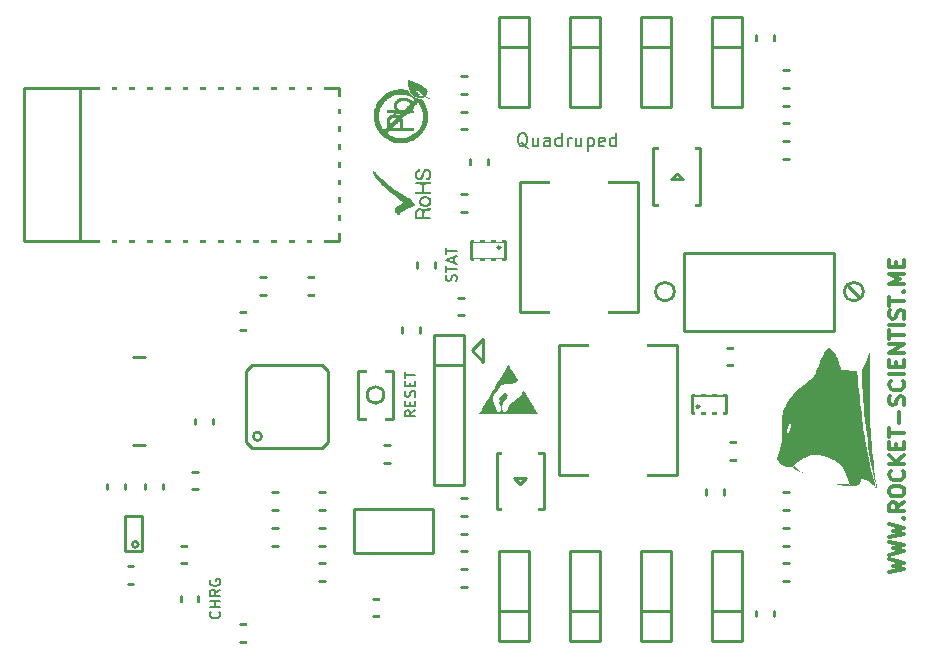
<source format=gto>
G04 (created by PCBNEW (2013-07-07 BZR 4022)-stable) date 8/5/2019 09:37:44*
%MOIN*%
G04 Gerber Fmt 3.4, Leading zero omitted, Abs format*
%FSLAX34Y34*%
G01*
G70*
G90*
G04 APERTURE LIST*
%ADD10C,0.00590551*%
%ADD11C,0.0127953*%
%ADD12C,0.00787402*%
%ADD13C,0.00984252*%
%ADD14C,0.0001*%
%ADD15R,0.0907874X0.0199213*%
%ADD16R,0.0907874X0.0789764*%
%ADD17R,0.0691339X0.0789764*%
%ADD18C,0.118346*%
%ADD19R,0.0671654X0.0671654*%
%ADD20C,0.0671654*%
%ADD21R,0.118346X0.0868504*%
%ADD22R,0.0403937X0.070315*%
%ADD23R,0.070315X0.0403937*%
%ADD24R,0.0108661X0.0474803*%
%ADD25R,0.0474803X0.0108661*%
%ADD26R,0.197087X0.157717*%
%ADD27R,0.0246457X0.0482677*%
%ADD28R,0.0435433X0.0238583*%
%ADD29C,0.141969*%
%ADD30R,0.156047X0.0920472*%
%ADD31R,0.0514173X0.0802362*%
%ADD32C,0.0356693*%
%ADD33R,0.0592913X0.0474803*%
%ADD34R,0.0396063X0.0789764*%
%ADD35R,0.0789764X0.0396063*%
G04 APERTURE END LIST*
G54D10*
G54D11*
X51073Y-34460D02*
X51585Y-34338D01*
X51219Y-34240D01*
X51585Y-34143D01*
X51073Y-34021D01*
X51073Y-33875D02*
X51585Y-33753D01*
X51219Y-33655D01*
X51585Y-33558D01*
X51073Y-33436D01*
X51073Y-33290D02*
X51585Y-33168D01*
X51219Y-33070D01*
X51585Y-32973D01*
X51073Y-32851D01*
X51536Y-32656D02*
X51560Y-32632D01*
X51585Y-32656D01*
X51560Y-32680D01*
X51536Y-32656D01*
X51585Y-32656D01*
X51585Y-32120D02*
X51341Y-32290D01*
X51585Y-32412D02*
X51073Y-32412D01*
X51073Y-32217D01*
X51097Y-32169D01*
X51122Y-32144D01*
X51170Y-32120D01*
X51243Y-32120D01*
X51292Y-32144D01*
X51317Y-32169D01*
X51341Y-32217D01*
X51341Y-32412D01*
X51073Y-31803D02*
X51073Y-31706D01*
X51097Y-31657D01*
X51146Y-31608D01*
X51243Y-31584D01*
X51414Y-31584D01*
X51511Y-31608D01*
X51560Y-31657D01*
X51585Y-31706D01*
X51585Y-31803D01*
X51560Y-31852D01*
X51511Y-31901D01*
X51414Y-31925D01*
X51243Y-31925D01*
X51146Y-31901D01*
X51097Y-31852D01*
X51073Y-31803D01*
X51536Y-31072D02*
X51560Y-31096D01*
X51585Y-31169D01*
X51585Y-31218D01*
X51560Y-31291D01*
X51511Y-31340D01*
X51463Y-31364D01*
X51365Y-31389D01*
X51292Y-31389D01*
X51195Y-31364D01*
X51146Y-31340D01*
X51097Y-31291D01*
X51073Y-31218D01*
X51073Y-31169D01*
X51097Y-31096D01*
X51122Y-31072D01*
X51585Y-30853D02*
X51073Y-30853D01*
X51585Y-30560D02*
X51292Y-30779D01*
X51073Y-30560D02*
X51365Y-30853D01*
X51317Y-30341D02*
X51317Y-30170D01*
X51585Y-30097D02*
X51585Y-30341D01*
X51073Y-30341D01*
X51073Y-30097D01*
X51073Y-29951D02*
X51073Y-29658D01*
X51585Y-29805D02*
X51073Y-29805D01*
X51390Y-29488D02*
X51390Y-29098D01*
X51560Y-28878D02*
X51585Y-28805D01*
X51585Y-28683D01*
X51560Y-28635D01*
X51536Y-28610D01*
X51487Y-28586D01*
X51438Y-28586D01*
X51390Y-28610D01*
X51365Y-28635D01*
X51341Y-28683D01*
X51317Y-28781D01*
X51292Y-28830D01*
X51268Y-28854D01*
X51219Y-28878D01*
X51170Y-28878D01*
X51122Y-28854D01*
X51097Y-28830D01*
X51073Y-28781D01*
X51073Y-28659D01*
X51097Y-28586D01*
X51536Y-28074D02*
X51560Y-28098D01*
X51585Y-28172D01*
X51585Y-28220D01*
X51560Y-28293D01*
X51511Y-28342D01*
X51463Y-28367D01*
X51365Y-28391D01*
X51292Y-28391D01*
X51195Y-28367D01*
X51146Y-28342D01*
X51097Y-28293D01*
X51073Y-28220D01*
X51073Y-28172D01*
X51097Y-28098D01*
X51122Y-28074D01*
X51585Y-27855D02*
X51073Y-27855D01*
X51317Y-27611D02*
X51317Y-27440D01*
X51585Y-27367D02*
X51585Y-27611D01*
X51073Y-27611D01*
X51073Y-27367D01*
X51585Y-27148D02*
X51073Y-27148D01*
X51585Y-26856D01*
X51073Y-26856D01*
X51073Y-26685D02*
X51073Y-26392D01*
X51585Y-26539D02*
X51073Y-26539D01*
X51585Y-26222D02*
X51073Y-26222D01*
X51560Y-26002D02*
X51585Y-25929D01*
X51585Y-25808D01*
X51560Y-25759D01*
X51536Y-25734D01*
X51487Y-25710D01*
X51438Y-25710D01*
X51390Y-25734D01*
X51365Y-25759D01*
X51341Y-25808D01*
X51317Y-25905D01*
X51292Y-25954D01*
X51268Y-25978D01*
X51219Y-26002D01*
X51170Y-26002D01*
X51122Y-25978D01*
X51097Y-25954D01*
X51073Y-25905D01*
X51073Y-25783D01*
X51097Y-25710D01*
X51073Y-25564D02*
X51073Y-25271D01*
X51585Y-25418D02*
X51073Y-25418D01*
X51536Y-25101D02*
X51560Y-25076D01*
X51585Y-25101D01*
X51560Y-25125D01*
X51536Y-25101D01*
X51585Y-25101D01*
X51585Y-24857D02*
X51073Y-24857D01*
X51438Y-24686D01*
X51073Y-24516D01*
X51585Y-24516D01*
X51317Y-24272D02*
X51317Y-24101D01*
X51585Y-24028D02*
X51585Y-24272D01*
X51073Y-24272D01*
X51073Y-24028D01*
G54D12*
X36642Y-24735D02*
X36659Y-24685D01*
X36659Y-24600D01*
X36642Y-24566D01*
X36625Y-24550D01*
X36591Y-24533D01*
X36557Y-24533D01*
X36524Y-24550D01*
X36507Y-24566D01*
X36490Y-24600D01*
X36473Y-24668D01*
X36456Y-24701D01*
X36439Y-24718D01*
X36406Y-24735D01*
X36372Y-24735D01*
X36338Y-24718D01*
X36321Y-24701D01*
X36304Y-24668D01*
X36304Y-24583D01*
X36321Y-24533D01*
X36304Y-24431D02*
X36304Y-24229D01*
X36659Y-24330D02*
X36304Y-24330D01*
X36557Y-24128D02*
X36557Y-23959D01*
X36659Y-24161D02*
X36304Y-24043D01*
X36659Y-23925D01*
X36304Y-23858D02*
X36304Y-23655D01*
X36659Y-23757D02*
X36304Y-23757D01*
X39024Y-20295D02*
X38982Y-20274D01*
X38941Y-20233D01*
X38879Y-20171D01*
X38838Y-20150D01*
X38797Y-20150D01*
X38817Y-20254D02*
X38776Y-20233D01*
X38735Y-20192D01*
X38714Y-20109D01*
X38714Y-19965D01*
X38735Y-19882D01*
X38776Y-19841D01*
X38817Y-19820D01*
X38900Y-19820D01*
X38941Y-19841D01*
X38982Y-19882D01*
X39003Y-19965D01*
X39003Y-20109D01*
X38982Y-20192D01*
X38941Y-20233D01*
X38900Y-20254D01*
X38817Y-20254D01*
X39374Y-19965D02*
X39374Y-20254D01*
X39189Y-19965D02*
X39189Y-20192D01*
X39209Y-20233D01*
X39251Y-20254D01*
X39312Y-20254D01*
X39354Y-20233D01*
X39374Y-20212D01*
X39766Y-20254D02*
X39766Y-20027D01*
X39745Y-19985D01*
X39704Y-19965D01*
X39622Y-19965D01*
X39580Y-19985D01*
X39766Y-20233D02*
X39725Y-20254D01*
X39622Y-20254D01*
X39580Y-20233D01*
X39560Y-20192D01*
X39560Y-20150D01*
X39580Y-20109D01*
X39622Y-20089D01*
X39725Y-20089D01*
X39766Y-20068D01*
X40158Y-20254D02*
X40158Y-19820D01*
X40158Y-20233D02*
X40117Y-20254D01*
X40034Y-20254D01*
X39993Y-20233D01*
X39972Y-20212D01*
X39952Y-20171D01*
X39952Y-20047D01*
X39972Y-20006D01*
X39993Y-19985D01*
X40034Y-19965D01*
X40117Y-19965D01*
X40158Y-19985D01*
X40364Y-20254D02*
X40364Y-19965D01*
X40364Y-20047D02*
X40385Y-20006D01*
X40405Y-19985D01*
X40447Y-19965D01*
X40488Y-19965D01*
X40818Y-19965D02*
X40818Y-20254D01*
X40632Y-19965D02*
X40632Y-20192D01*
X40653Y-20233D01*
X40694Y-20254D01*
X40756Y-20254D01*
X40797Y-20233D01*
X40818Y-20212D01*
X41024Y-19965D02*
X41024Y-20398D01*
X41024Y-19985D02*
X41065Y-19965D01*
X41148Y-19965D01*
X41189Y-19985D01*
X41210Y-20006D01*
X41230Y-20047D01*
X41230Y-20171D01*
X41210Y-20212D01*
X41189Y-20233D01*
X41148Y-20254D01*
X41065Y-20254D01*
X41024Y-20233D01*
X41581Y-20233D02*
X41540Y-20254D01*
X41457Y-20254D01*
X41416Y-20233D01*
X41395Y-20192D01*
X41395Y-20027D01*
X41416Y-19985D01*
X41457Y-19965D01*
X41540Y-19965D01*
X41581Y-19985D01*
X41601Y-20027D01*
X41601Y-20068D01*
X41395Y-20109D01*
X41973Y-20254D02*
X41973Y-19820D01*
X41973Y-20233D02*
X41931Y-20254D01*
X41849Y-20254D01*
X41808Y-20233D01*
X41787Y-20212D01*
X41766Y-20171D01*
X41766Y-20047D01*
X41787Y-20006D01*
X41808Y-19985D01*
X41849Y-19965D01*
X41931Y-19965D01*
X41973Y-19985D01*
X28751Y-35764D02*
X28768Y-35781D01*
X28785Y-35832D01*
X28785Y-35866D01*
X28768Y-35916D01*
X28734Y-35950D01*
X28700Y-35967D01*
X28633Y-35984D01*
X28582Y-35984D01*
X28515Y-35967D01*
X28481Y-35950D01*
X28447Y-35916D01*
X28430Y-35866D01*
X28430Y-35832D01*
X28447Y-35781D01*
X28464Y-35764D01*
X28785Y-35613D02*
X28430Y-35613D01*
X28599Y-35613D02*
X28599Y-35410D01*
X28785Y-35410D02*
X28430Y-35410D01*
X28785Y-35039D02*
X28616Y-35157D01*
X28785Y-35241D02*
X28430Y-35241D01*
X28430Y-35106D01*
X28447Y-35073D01*
X28464Y-35056D01*
X28498Y-35039D01*
X28548Y-35039D01*
X28582Y-35056D01*
X28599Y-35073D01*
X28616Y-35106D01*
X28616Y-35241D01*
X28447Y-34701D02*
X28430Y-34735D01*
X28430Y-34786D01*
X28447Y-34836D01*
X28481Y-34870D01*
X28515Y-34887D01*
X28582Y-34904D01*
X28633Y-34904D01*
X28700Y-34887D01*
X28734Y-34870D01*
X28768Y-34836D01*
X28785Y-34786D01*
X28785Y-34752D01*
X28768Y-34701D01*
X28751Y-34685D01*
X28633Y-34685D01*
X28633Y-34752D01*
G54D13*
X37549Y-26663D02*
X37549Y-27450D01*
X37155Y-27057D02*
X37549Y-26663D01*
X37155Y-27057D02*
X37549Y-27450D01*
G54D12*
X35281Y-29057D02*
X35112Y-29176D01*
X35281Y-29260D02*
X34926Y-29260D01*
X34926Y-29125D01*
X34943Y-29091D01*
X34960Y-29074D01*
X34994Y-29057D01*
X35044Y-29057D01*
X35078Y-29074D01*
X35095Y-29091D01*
X35112Y-29125D01*
X35112Y-29260D01*
X35095Y-28906D02*
X35095Y-28787D01*
X35281Y-28737D02*
X35281Y-28906D01*
X34926Y-28906D01*
X34926Y-28737D01*
X35264Y-28602D02*
X35281Y-28551D01*
X35281Y-28467D01*
X35264Y-28433D01*
X35247Y-28416D01*
X35213Y-28399D01*
X35179Y-28399D01*
X35146Y-28416D01*
X35129Y-28433D01*
X35112Y-28467D01*
X35095Y-28534D01*
X35078Y-28568D01*
X35061Y-28585D01*
X35028Y-28602D01*
X34994Y-28602D01*
X34960Y-28585D01*
X34943Y-28568D01*
X34926Y-28534D01*
X34926Y-28450D01*
X34943Y-28399D01*
X35095Y-28248D02*
X35095Y-28129D01*
X35281Y-28079D02*
X35281Y-28248D01*
X34926Y-28248D01*
X34926Y-28079D01*
X34926Y-27978D02*
X34926Y-27775D01*
X35281Y-27876D02*
X34926Y-27876D01*
G54D13*
X49704Y-24901D02*
X50098Y-25295D01*
X50212Y-25098D02*
G75*
G03X50212Y-25098I-311J0D01*
G74*
G01*
X43913Y-25098D02*
G75*
G03X43913Y-25098I-311J0D01*
G74*
G01*
X25885Y-30196D02*
X26279Y-30196D01*
X25885Y-27283D02*
X26279Y-27283D01*
G54D14*
G36*
X35598Y-21916D02*
X35623Y-21917D01*
X35647Y-21918D01*
X35668Y-21920D01*
X35682Y-21923D01*
X35715Y-21935D01*
X35743Y-21950D01*
X35768Y-21969D01*
X35782Y-21985D01*
X35614Y-21985D01*
X35585Y-21987D01*
X35558Y-21993D01*
X35538Y-22001D01*
X35515Y-22014D01*
X35498Y-22029D01*
X35486Y-22047D01*
X35479Y-22066D01*
X35474Y-22090D01*
X35475Y-22112D01*
X35481Y-22133D01*
X35492Y-22152D01*
X35495Y-22155D01*
X35509Y-22169D01*
X35526Y-22179D01*
X35546Y-22187D01*
X35571Y-22193D01*
X35590Y-22196D01*
X35622Y-22197D01*
X35651Y-22194D01*
X35678Y-22186D01*
X35701Y-22175D01*
X35721Y-22159D01*
X35733Y-22144D01*
X35744Y-22123D01*
X35750Y-22101D01*
X35749Y-22079D01*
X35743Y-22056D01*
X35741Y-22050D01*
X35731Y-22034D01*
X35717Y-22018D01*
X35700Y-22005D01*
X35693Y-22001D01*
X35669Y-21992D01*
X35642Y-21986D01*
X35614Y-21985D01*
X35782Y-21985D01*
X35788Y-21991D01*
X35803Y-22016D01*
X35812Y-22038D01*
X35815Y-22056D01*
X35817Y-22075D01*
X35818Y-22095D01*
X35817Y-22111D01*
X35809Y-22146D01*
X35797Y-22176D01*
X35781Y-22203D01*
X35761Y-22224D01*
X35737Y-22242D01*
X35709Y-22255D01*
X35695Y-22259D01*
X35683Y-22262D01*
X35667Y-22263D01*
X35647Y-22265D01*
X35625Y-22265D01*
X35603Y-22265D01*
X35581Y-22265D01*
X35560Y-22264D01*
X35544Y-22262D01*
X35531Y-22260D01*
X35530Y-22259D01*
X35499Y-22248D01*
X35473Y-22233D01*
X35451Y-22215D01*
X35433Y-22192D01*
X35420Y-22166D01*
X35416Y-22154D01*
X35413Y-22139D01*
X35411Y-22119D01*
X35410Y-22098D01*
X35410Y-22077D01*
X35411Y-22057D01*
X35413Y-22048D01*
X35422Y-22017D01*
X35436Y-21991D01*
X35454Y-21968D01*
X35476Y-21949D01*
X35503Y-21934D01*
X35534Y-21923D01*
X35552Y-21920D01*
X35574Y-21918D01*
X35598Y-21916D01*
X35598Y-21916D01*
X35598Y-21916D01*
G37*
G36*
X35654Y-21009D02*
X35680Y-21010D01*
X35699Y-21013D01*
X35727Y-21022D01*
X35752Y-21035D01*
X35773Y-21053D01*
X35791Y-21076D01*
X35804Y-21102D01*
X35814Y-21132D01*
X35815Y-21136D01*
X35817Y-21149D01*
X35818Y-21166D01*
X35819Y-21186D01*
X35819Y-21205D01*
X35818Y-21223D01*
X35817Y-21237D01*
X35817Y-21237D01*
X35810Y-21269D01*
X35799Y-21298D01*
X35783Y-21324D01*
X35763Y-21346D01*
X35740Y-21365D01*
X35713Y-21378D01*
X35694Y-21385D01*
X35673Y-21389D01*
X35655Y-21389D01*
X35642Y-21385D01*
X35633Y-21377D01*
X35628Y-21366D01*
X35627Y-21358D01*
X35630Y-21344D01*
X35638Y-21332D01*
X35652Y-21321D01*
X35672Y-21311D01*
X35675Y-21309D01*
X35698Y-21298D01*
X35715Y-21285D01*
X35729Y-21268D01*
X35734Y-21259D01*
X35741Y-21238D01*
X35746Y-21216D01*
X35748Y-21193D01*
X35747Y-21169D01*
X35743Y-21147D01*
X35736Y-21128D01*
X35727Y-21111D01*
X35720Y-21103D01*
X35708Y-21094D01*
X35695Y-21088D01*
X35679Y-21084D01*
X35674Y-21084D01*
X35658Y-21083D01*
X35645Y-21083D01*
X35633Y-21087D01*
X35623Y-21093D01*
X35613Y-21102D01*
X35604Y-21116D01*
X35596Y-21133D01*
X35587Y-21155D01*
X35577Y-21182D01*
X35570Y-21206D01*
X35560Y-21237D01*
X35552Y-21262D01*
X35544Y-21283D01*
X35537Y-21301D01*
X35530Y-21315D01*
X35523Y-21326D01*
X35515Y-21336D01*
X35506Y-21344D01*
X35496Y-21352D01*
X35493Y-21354D01*
X35472Y-21366D01*
X35447Y-21373D01*
X35421Y-21377D01*
X35394Y-21377D01*
X35375Y-21373D01*
X35350Y-21364D01*
X35328Y-21349D01*
X35308Y-21331D01*
X35292Y-21308D01*
X35280Y-21282D01*
X35270Y-21253D01*
X35266Y-21222D01*
X35265Y-21189D01*
X35269Y-21156D01*
X35275Y-21128D01*
X35285Y-21103D01*
X35300Y-21081D01*
X35314Y-21064D01*
X35331Y-21050D01*
X35348Y-21039D01*
X35367Y-21030D01*
X35386Y-21024D01*
X35403Y-21021D01*
X35419Y-21022D01*
X35432Y-21026D01*
X35437Y-21031D01*
X35443Y-21040D01*
X35445Y-21052D01*
X35443Y-21065D01*
X35438Y-21076D01*
X35430Y-21086D01*
X35418Y-21094D01*
X35406Y-21097D01*
X35405Y-21097D01*
X35391Y-21100D01*
X35377Y-21108D01*
X35365Y-21120D01*
X35355Y-21136D01*
X35346Y-21155D01*
X35340Y-21175D01*
X35337Y-21197D01*
X35337Y-21218D01*
X35338Y-21229D01*
X35343Y-21251D01*
X35352Y-21269D01*
X35365Y-21284D01*
X35366Y-21286D01*
X35382Y-21297D01*
X35399Y-21302D01*
X35417Y-21302D01*
X35435Y-21296D01*
X35440Y-21293D01*
X35452Y-21285D01*
X35462Y-21275D01*
X35470Y-21262D01*
X35478Y-21246D01*
X35485Y-21225D01*
X35489Y-21212D01*
X35500Y-21171D01*
X35512Y-21136D01*
X35523Y-21106D01*
X35535Y-21081D01*
X35546Y-21061D01*
X35559Y-21045D01*
X35572Y-21032D01*
X35586Y-21023D01*
X35606Y-21016D01*
X35629Y-21011D01*
X35654Y-21009D01*
X35654Y-21009D01*
X35654Y-21009D01*
G37*
G36*
X35430Y-22310D02*
X35458Y-22312D01*
X35483Y-22318D01*
X35506Y-22329D01*
X35526Y-22345D01*
X35531Y-22350D01*
X35548Y-22367D01*
X35566Y-22354D01*
X35575Y-22346D01*
X35584Y-22341D01*
X35591Y-22337D01*
X35591Y-22337D01*
X35596Y-22336D01*
X35607Y-22334D01*
X35621Y-22333D01*
X35638Y-22330D01*
X35658Y-22328D01*
X35678Y-22326D01*
X35699Y-22323D01*
X35719Y-22321D01*
X35738Y-22319D01*
X35753Y-22318D01*
X35766Y-22317D01*
X35773Y-22317D01*
X35773Y-22317D01*
X35789Y-22319D01*
X35801Y-22325D01*
X35808Y-22334D01*
X35810Y-22346D01*
X35808Y-22359D01*
X35803Y-22368D01*
X35797Y-22376D01*
X35787Y-22382D01*
X35774Y-22387D01*
X35770Y-22388D01*
X35442Y-22388D01*
X35432Y-22388D01*
X35425Y-22388D01*
X35405Y-22391D01*
X35389Y-22396D01*
X35376Y-22405D01*
X35368Y-22412D01*
X35363Y-22420D01*
X35358Y-22428D01*
X35355Y-22438D01*
X35352Y-22452D01*
X35350Y-22471D01*
X35350Y-22472D01*
X35349Y-22483D01*
X35348Y-22497D01*
X35348Y-22514D01*
X35348Y-22532D01*
X35348Y-22551D01*
X35348Y-22569D01*
X35348Y-22585D01*
X35349Y-22599D01*
X35350Y-22608D01*
X35351Y-22612D01*
X35353Y-22615D01*
X35357Y-22617D01*
X35363Y-22619D01*
X35373Y-22620D01*
X35386Y-22621D01*
X35405Y-22622D01*
X35406Y-22622D01*
X35421Y-22623D01*
X35438Y-22623D01*
X35455Y-22622D01*
X35472Y-22621D01*
X35487Y-22620D01*
X35500Y-22618D01*
X35508Y-22617D01*
X35510Y-22616D01*
X35511Y-22612D01*
X35512Y-22604D01*
X35512Y-22592D01*
X35512Y-22576D01*
X35511Y-22558D01*
X35511Y-22540D01*
X35510Y-22521D01*
X35509Y-22502D01*
X35508Y-22485D01*
X35507Y-22471D01*
X35506Y-22464D01*
X35502Y-22441D01*
X35495Y-22423D01*
X35495Y-22423D01*
X35490Y-22414D01*
X35485Y-22407D01*
X35477Y-22402D01*
X35468Y-22397D01*
X35458Y-22392D01*
X35450Y-22389D01*
X35442Y-22388D01*
X35770Y-22388D01*
X35757Y-22391D01*
X35734Y-22395D01*
X35731Y-22395D01*
X35713Y-22397D01*
X35693Y-22400D01*
X35673Y-22403D01*
X35664Y-22404D01*
X35643Y-22407D01*
X35627Y-22412D01*
X35616Y-22416D01*
X35606Y-22422D01*
X35598Y-22429D01*
X35592Y-22438D01*
X35588Y-22449D01*
X35585Y-22465D01*
X35583Y-22485D01*
X35583Y-22491D01*
X35582Y-22508D01*
X35581Y-22526D01*
X35581Y-22545D01*
X35581Y-22564D01*
X35582Y-22581D01*
X35582Y-22595D01*
X35584Y-22605D01*
X35585Y-22610D01*
X35586Y-22613D01*
X35589Y-22616D01*
X35592Y-22618D01*
X35598Y-22619D01*
X35606Y-22620D01*
X35618Y-22621D01*
X35633Y-22622D01*
X35652Y-22623D01*
X35677Y-22623D01*
X35696Y-22624D01*
X35723Y-22624D01*
X35745Y-22624D01*
X35763Y-22625D01*
X35776Y-22626D01*
X35786Y-22627D01*
X35793Y-22628D01*
X35798Y-22631D01*
X35801Y-22633D01*
X35804Y-22637D01*
X35806Y-22641D01*
X35806Y-22643D01*
X35810Y-22654D01*
X35809Y-22664D01*
X35806Y-22672D01*
X35805Y-22675D01*
X35804Y-22678D01*
X35803Y-22680D01*
X35801Y-22683D01*
X35798Y-22684D01*
X35794Y-22686D01*
X35788Y-22687D01*
X35780Y-22688D01*
X35770Y-22689D01*
X35757Y-22689D01*
X35740Y-22689D01*
X35721Y-22690D01*
X35697Y-22690D01*
X35669Y-22690D01*
X35636Y-22690D01*
X35598Y-22690D01*
X35555Y-22690D01*
X35539Y-22690D01*
X35495Y-22689D01*
X35456Y-22689D01*
X35422Y-22689D01*
X35393Y-22689D01*
X35368Y-22689D01*
X35348Y-22689D01*
X35331Y-22689D01*
X35317Y-22688D01*
X35307Y-22688D01*
X35298Y-22687D01*
X35292Y-22687D01*
X35288Y-22686D01*
X35286Y-22686D01*
X35284Y-22685D01*
X35283Y-22684D01*
X35283Y-22684D01*
X35282Y-22681D01*
X35281Y-22676D01*
X35280Y-22667D01*
X35280Y-22655D01*
X35279Y-22639D01*
X35279Y-22619D01*
X35279Y-22593D01*
X35279Y-22572D01*
X35279Y-22537D01*
X35279Y-22508D01*
X35280Y-22483D01*
X35281Y-22463D01*
X35282Y-22445D01*
X35283Y-22431D01*
X35285Y-22420D01*
X35287Y-22409D01*
X35290Y-22401D01*
X35293Y-22392D01*
X35295Y-22388D01*
X35310Y-22365D01*
X35329Y-22345D01*
X35352Y-22329D01*
X35378Y-22318D01*
X35406Y-22311D01*
X35430Y-22310D01*
X35430Y-22310D01*
X35430Y-22310D01*
G37*
G36*
X35587Y-21449D02*
X35626Y-21449D01*
X35661Y-21449D01*
X35690Y-21450D01*
X35715Y-21450D01*
X35736Y-21451D01*
X35754Y-21453D01*
X35768Y-21454D01*
X35780Y-21456D01*
X35788Y-21458D01*
X35795Y-21461D01*
X35800Y-21464D01*
X35804Y-21468D01*
X35807Y-21472D01*
X35807Y-21473D01*
X35809Y-21483D01*
X35807Y-21495D01*
X35803Y-21506D01*
X35798Y-21512D01*
X35794Y-21515D01*
X35790Y-21518D01*
X35784Y-21520D01*
X35775Y-21522D01*
X35764Y-21523D01*
X35750Y-21524D01*
X35731Y-21525D01*
X35708Y-21526D01*
X35680Y-21526D01*
X35665Y-21527D01*
X35572Y-21529D01*
X35570Y-21541D01*
X35570Y-21547D01*
X35569Y-21558D01*
X35569Y-21573D01*
X35569Y-21592D01*
X35568Y-21614D01*
X35568Y-21638D01*
X35568Y-21664D01*
X35568Y-21667D01*
X35567Y-21782D01*
X35669Y-21783D01*
X35699Y-21783D01*
X35723Y-21784D01*
X35744Y-21784D01*
X35759Y-21785D01*
X35772Y-21786D01*
X35782Y-21788D01*
X35789Y-21790D01*
X35795Y-21792D01*
X35799Y-21795D01*
X35803Y-21799D01*
X35809Y-21808D01*
X35810Y-21819D01*
X35807Y-21832D01*
X35805Y-21838D01*
X35798Y-21845D01*
X35791Y-21850D01*
X35791Y-21851D01*
X35786Y-21852D01*
X35776Y-21852D01*
X35762Y-21853D01*
X35743Y-21853D01*
X35720Y-21854D01*
X35694Y-21854D01*
X35666Y-21854D01*
X35636Y-21855D01*
X35603Y-21855D01*
X35570Y-21855D01*
X35537Y-21855D01*
X35503Y-21855D01*
X35470Y-21855D01*
X35438Y-21854D01*
X35407Y-21854D01*
X35379Y-21854D01*
X35353Y-21853D01*
X35331Y-21853D01*
X35312Y-21852D01*
X35298Y-21852D01*
X35288Y-21851D01*
X35284Y-21850D01*
X35284Y-21850D01*
X35281Y-21845D01*
X35280Y-21836D01*
X35279Y-21825D01*
X35279Y-21813D01*
X35279Y-21801D01*
X35281Y-21793D01*
X35283Y-21789D01*
X35287Y-21788D01*
X35296Y-21786D01*
X35311Y-21785D01*
X35330Y-21784D01*
X35354Y-21783D01*
X35382Y-21782D01*
X35382Y-21782D01*
X35406Y-21781D01*
X35428Y-21781D01*
X35447Y-21780D01*
X35464Y-21779D01*
X35476Y-21778D01*
X35484Y-21778D01*
X35486Y-21777D01*
X35490Y-21776D01*
X35492Y-21774D01*
X35494Y-21768D01*
X35495Y-21759D01*
X35496Y-21753D01*
X35496Y-21740D01*
X35497Y-21724D01*
X35497Y-21704D01*
X35497Y-21682D01*
X35497Y-21660D01*
X35497Y-21637D01*
X35496Y-21614D01*
X35495Y-21593D01*
X35495Y-21573D01*
X35494Y-21557D01*
X35493Y-21544D01*
X35491Y-21535D01*
X35490Y-21532D01*
X35486Y-21530D01*
X35477Y-21529D01*
X35462Y-21528D01*
X35444Y-21526D01*
X35422Y-21525D01*
X35396Y-21524D01*
X35373Y-21523D01*
X35348Y-21522D01*
X35327Y-21520D01*
X35312Y-21519D01*
X35300Y-21517D01*
X35291Y-21515D01*
X35285Y-21512D01*
X35281Y-21508D01*
X35279Y-21503D01*
X35279Y-21503D01*
X35276Y-21488D01*
X35278Y-21475D01*
X35285Y-21465D01*
X35296Y-21458D01*
X35302Y-21456D01*
X35311Y-21455D01*
X35323Y-21453D01*
X35339Y-21452D01*
X35358Y-21451D01*
X35381Y-21450D01*
X35409Y-21449D01*
X35441Y-21449D01*
X35479Y-21449D01*
X35521Y-21449D01*
X35542Y-21449D01*
X35587Y-21449D01*
X35587Y-21449D01*
X35587Y-21449D01*
G37*
G36*
X33894Y-21073D02*
X33902Y-21075D01*
X33909Y-21078D01*
X33912Y-21081D01*
X33919Y-21088D01*
X33930Y-21098D01*
X33944Y-21111D01*
X33960Y-21127D01*
X33979Y-21146D01*
X33999Y-21166D01*
X34021Y-21188D01*
X34045Y-21211D01*
X34052Y-21218D01*
X34100Y-21265D01*
X34144Y-21308D01*
X34185Y-21348D01*
X34224Y-21384D01*
X34262Y-21419D01*
X34298Y-21452D01*
X34334Y-21483D01*
X34370Y-21514D01*
X34407Y-21544D01*
X34445Y-21575D01*
X34449Y-21579D01*
X34532Y-21643D01*
X34613Y-21703D01*
X34693Y-21758D01*
X34772Y-21810D01*
X34852Y-21859D01*
X34934Y-21904D01*
X35017Y-21948D01*
X35046Y-21962D01*
X35110Y-21993D01*
X35158Y-22055D01*
X35182Y-22086D01*
X35203Y-22112D01*
X35221Y-22135D01*
X35235Y-22154D01*
X35246Y-22169D01*
X35255Y-22181D01*
X35261Y-22190D01*
X35264Y-22196D01*
X35264Y-22196D01*
X35268Y-22206D01*
X35270Y-22215D01*
X35269Y-22221D01*
X35268Y-22223D01*
X35265Y-22225D01*
X35257Y-22228D01*
X35245Y-22233D01*
X35231Y-22238D01*
X35218Y-22243D01*
X35158Y-22269D01*
X35100Y-22295D01*
X35044Y-22322D01*
X34990Y-22349D01*
X34940Y-22376D01*
X34893Y-22402D01*
X34852Y-22429D01*
X34815Y-22454D01*
X34808Y-22459D01*
X34784Y-22479D01*
X34758Y-22503D01*
X34732Y-22530D01*
X34720Y-22542D01*
X34710Y-22553D01*
X34678Y-22518D01*
X34655Y-22491D01*
X34635Y-22467D01*
X34619Y-22446D01*
X34607Y-22427D01*
X34599Y-22410D01*
X34593Y-22393D01*
X34589Y-22378D01*
X34589Y-22369D01*
X34588Y-22357D01*
X34589Y-22348D01*
X34591Y-22339D01*
X34595Y-22329D01*
X34596Y-22327D01*
X34605Y-22313D01*
X34616Y-22298D01*
X34631Y-22283D01*
X34650Y-22267D01*
X34673Y-22251D01*
X34701Y-22233D01*
X34733Y-22214D01*
X34758Y-22200D01*
X34789Y-22183D01*
X34815Y-22168D01*
X34837Y-22156D01*
X34854Y-22146D01*
X34865Y-22138D01*
X34872Y-22134D01*
X34876Y-22129D01*
X34876Y-22126D01*
X34875Y-22123D01*
X34869Y-22118D01*
X34859Y-22110D01*
X34845Y-22099D01*
X34828Y-22085D01*
X34808Y-22070D01*
X34785Y-22053D01*
X34761Y-22036D01*
X34655Y-21958D01*
X34555Y-21881D01*
X34460Y-21804D01*
X34372Y-21727D01*
X34288Y-21651D01*
X34211Y-21575D01*
X34138Y-21498D01*
X34071Y-21422D01*
X34009Y-21345D01*
X33953Y-21268D01*
X33927Y-21230D01*
X33908Y-21202D01*
X33893Y-21177D01*
X33881Y-21157D01*
X33871Y-21140D01*
X33865Y-21126D01*
X33861Y-21115D01*
X33859Y-21106D01*
X33860Y-21099D01*
X33864Y-21092D01*
X33872Y-21084D01*
X33881Y-21078D01*
X33890Y-21074D01*
X33894Y-21073D01*
X33894Y-21073D01*
X33894Y-21073D01*
G37*
G36*
X35069Y-18029D02*
X35076Y-18032D01*
X35086Y-18037D01*
X35099Y-18045D01*
X35116Y-18056D01*
X35125Y-18063D01*
X35134Y-18068D01*
X35143Y-18074D01*
X35152Y-18078D01*
X35162Y-18083D01*
X35174Y-18088D01*
X35188Y-18093D01*
X35206Y-18100D01*
X35226Y-18106D01*
X35251Y-18115D01*
X35280Y-18124D01*
X35286Y-18126D01*
X35318Y-18136D01*
X35345Y-18145D01*
X35368Y-18154D01*
X35390Y-18162D01*
X35411Y-18171D01*
X35432Y-18180D01*
X35453Y-18190D01*
X35468Y-18197D01*
X35513Y-18220D01*
X35552Y-18245D01*
X35587Y-18269D01*
X35617Y-18294D01*
X35642Y-18320D01*
X35662Y-18345D01*
X35676Y-18371D01*
X35685Y-18397D01*
X35686Y-18400D01*
X35688Y-18418D01*
X35688Y-18436D01*
X35685Y-18455D01*
X35679Y-18476D01*
X35670Y-18500D01*
X35658Y-18527D01*
X35654Y-18535D01*
X35648Y-18549D01*
X35642Y-18561D01*
X35638Y-18571D01*
X35635Y-18578D01*
X35635Y-18580D01*
X35637Y-18584D01*
X35642Y-18589D01*
X35643Y-18589D01*
X35650Y-18594D01*
X35662Y-18600D01*
X35676Y-18607D01*
X35692Y-18615D01*
X35709Y-18623D01*
X35725Y-18630D01*
X35739Y-18636D01*
X35745Y-18638D01*
X35762Y-18646D01*
X35774Y-18653D01*
X35783Y-18659D01*
X35786Y-18665D01*
X35786Y-18665D01*
X35784Y-18669D01*
X35780Y-18675D01*
X35779Y-18675D01*
X35773Y-18680D01*
X35765Y-18682D01*
X35754Y-18681D01*
X35741Y-18678D01*
X35721Y-18670D01*
X35697Y-18659D01*
X35670Y-18643D01*
X35640Y-18625D01*
X35608Y-18603D01*
X35574Y-18578D01*
X35539Y-18551D01*
X35537Y-18550D01*
X35522Y-18537D01*
X35507Y-18525D01*
X35493Y-18513D01*
X35479Y-18501D01*
X35465Y-18488D01*
X35448Y-18473D01*
X35430Y-18456D01*
X35409Y-18436D01*
X35390Y-18419D01*
X35369Y-18399D01*
X35352Y-18383D01*
X35338Y-18370D01*
X35328Y-18361D01*
X35320Y-18354D01*
X35315Y-18349D01*
X35311Y-18347D01*
X35310Y-18347D01*
X35310Y-18347D01*
X35311Y-18350D01*
X35314Y-18357D01*
X35319Y-18367D01*
X35321Y-18371D01*
X35328Y-18385D01*
X35332Y-18396D01*
X35334Y-18404D01*
X35333Y-18410D01*
X35330Y-18416D01*
X35329Y-18417D01*
X35322Y-18423D01*
X35315Y-18424D01*
X35310Y-18425D01*
X35307Y-18427D01*
X35310Y-18430D01*
X35316Y-18433D01*
X35326Y-18435D01*
X35333Y-18436D01*
X35348Y-18437D01*
X35361Y-18441D01*
X35373Y-18448D01*
X35384Y-18458D01*
X35393Y-18469D01*
X35398Y-18477D01*
X35399Y-18483D01*
X35396Y-18487D01*
X35387Y-18490D01*
X35373Y-18492D01*
X35357Y-18493D01*
X35340Y-18494D01*
X35328Y-18495D01*
X35320Y-18496D01*
X35315Y-18497D01*
X35313Y-18499D01*
X35313Y-18501D01*
X35315Y-18506D01*
X35320Y-18510D01*
X35330Y-18513D01*
X35345Y-18515D01*
X35364Y-18517D01*
X35374Y-18517D01*
X35404Y-18520D01*
X35429Y-18522D01*
X35448Y-18526D01*
X35462Y-18530D01*
X35470Y-18535D01*
X35472Y-18541D01*
X35471Y-18545D01*
X35465Y-18548D01*
X35456Y-18551D01*
X35441Y-18553D01*
X35422Y-18556D01*
X35409Y-18559D01*
X35400Y-18563D01*
X35397Y-18566D01*
X35399Y-18570D01*
X35405Y-18574D01*
X35413Y-18577D01*
X35426Y-18580D01*
X35442Y-18583D01*
X35462Y-18585D01*
X35487Y-18587D01*
X35512Y-18589D01*
X35532Y-18592D01*
X35548Y-18595D01*
X35560Y-18601D01*
X35569Y-18607D01*
X35571Y-18608D01*
X35577Y-18617D01*
X35578Y-18626D01*
X35574Y-18635D01*
X35566Y-18642D01*
X35556Y-18646D01*
X35548Y-18647D01*
X35536Y-18648D01*
X35520Y-18649D01*
X35502Y-18649D01*
X35482Y-18648D01*
X35462Y-18648D01*
X35442Y-18646D01*
X35424Y-18645D01*
X35418Y-18644D01*
X35390Y-18641D01*
X35367Y-18636D01*
X35346Y-18631D01*
X35325Y-18625D01*
X35309Y-18618D01*
X35266Y-18597D01*
X35226Y-18571D01*
X35191Y-18542D01*
X35160Y-18509D01*
X35132Y-18472D01*
X35108Y-18431D01*
X35088Y-18386D01*
X35072Y-18336D01*
X35060Y-18283D01*
X35053Y-18243D01*
X35051Y-18218D01*
X35049Y-18193D01*
X35048Y-18167D01*
X35047Y-18140D01*
X35047Y-18115D01*
X35048Y-18092D01*
X35050Y-18071D01*
X35052Y-18054D01*
X35055Y-18041D01*
X35056Y-18039D01*
X35059Y-18033D01*
X35063Y-18030D01*
X35069Y-18029D01*
X35069Y-18029D01*
X35069Y-18029D01*
G37*
G36*
X34800Y-18356D02*
X34836Y-18356D01*
X34866Y-18357D01*
X34894Y-18358D01*
X34919Y-18360D01*
X34942Y-18363D01*
X34965Y-18366D01*
X34983Y-18370D01*
X35005Y-18374D01*
X35022Y-18378D01*
X35036Y-18383D01*
X35047Y-18388D01*
X35055Y-18395D01*
X35063Y-18404D01*
X35070Y-18416D01*
X35078Y-18431D01*
X35079Y-18434D01*
X35098Y-18468D01*
X35118Y-18497D01*
X35139Y-18524D01*
X35142Y-18528D01*
X34795Y-18528D01*
X34772Y-18528D01*
X34751Y-18529D01*
X34732Y-18530D01*
X34718Y-18531D01*
X34716Y-18531D01*
X34658Y-18541D01*
X34600Y-18556D01*
X34543Y-18576D01*
X34487Y-18600D01*
X34433Y-18629D01*
X34381Y-18662D01*
X34361Y-18677D01*
X34343Y-18691D01*
X34324Y-18708D01*
X34303Y-18728D01*
X34282Y-18748D01*
X34262Y-18769D01*
X34245Y-18788D01*
X34236Y-18798D01*
X34201Y-18846D01*
X34169Y-18897D01*
X34142Y-18950D01*
X34119Y-19004D01*
X34100Y-19060D01*
X34094Y-19083D01*
X34089Y-19106D01*
X34085Y-19126D01*
X34081Y-19144D01*
X34079Y-19162D01*
X34077Y-19180D01*
X34076Y-19201D01*
X34076Y-19224D01*
X34076Y-19252D01*
X34076Y-19256D01*
X34076Y-19281D01*
X34076Y-19300D01*
X34076Y-19316D01*
X34077Y-19329D01*
X34078Y-19340D01*
X34079Y-19351D01*
X34081Y-19362D01*
X34082Y-19370D01*
X34095Y-19429D01*
X34111Y-19485D01*
X34132Y-19538D01*
X34156Y-19590D01*
X34186Y-19642D01*
X34199Y-19662D01*
X34208Y-19674D01*
X34216Y-19685D01*
X34222Y-19693D01*
X34227Y-19698D01*
X34227Y-19698D01*
X34233Y-19701D01*
X34237Y-19701D01*
X34243Y-19698D01*
X34243Y-19698D01*
X34248Y-19695D01*
X34256Y-19688D01*
X34266Y-19679D01*
X34278Y-19668D01*
X34291Y-19656D01*
X34330Y-19619D01*
X34334Y-19517D01*
X34335Y-19479D01*
X34336Y-19446D01*
X34338Y-19417D01*
X34339Y-19393D01*
X34341Y-19373D01*
X34343Y-19355D01*
X34346Y-19340D01*
X34349Y-19328D01*
X34354Y-19317D01*
X34358Y-19307D01*
X34364Y-19298D01*
X34370Y-19288D01*
X34378Y-19279D01*
X34382Y-19275D01*
X34407Y-19249D01*
X34437Y-19227D01*
X34469Y-19210D01*
X34504Y-19198D01*
X34542Y-19190D01*
X34583Y-19187D01*
X34627Y-19188D01*
X34673Y-19194D01*
X34707Y-19202D01*
X34736Y-19208D01*
X34746Y-19201D01*
X34753Y-19195D01*
X34760Y-19188D01*
X34767Y-19180D01*
X34771Y-19173D01*
X34772Y-19170D01*
X34769Y-19168D01*
X34763Y-19166D01*
X34762Y-19166D01*
X34757Y-19165D01*
X34747Y-19165D01*
X34732Y-19164D01*
X34714Y-19164D01*
X34692Y-19163D01*
X34668Y-19162D01*
X34641Y-19162D01*
X34613Y-19161D01*
X34584Y-19160D01*
X34555Y-19160D01*
X34525Y-19159D01*
X34497Y-19159D01*
X34470Y-19159D01*
X34445Y-19159D01*
X34422Y-19159D01*
X34418Y-19159D01*
X34337Y-19158D01*
X34338Y-19106D01*
X34339Y-19053D01*
X34466Y-19051D01*
X34494Y-19051D01*
X34520Y-19050D01*
X34544Y-19050D01*
X34566Y-19049D01*
X34585Y-19049D01*
X34600Y-19048D01*
X34610Y-19047D01*
X34615Y-19047D01*
X34636Y-19045D01*
X34616Y-19023D01*
X34597Y-18999D01*
X34583Y-18974D01*
X34573Y-18947D01*
X34568Y-18917D01*
X34567Y-18893D01*
X34570Y-18856D01*
X34578Y-18822D01*
X34590Y-18790D01*
X34607Y-18760D01*
X34629Y-18734D01*
X34655Y-18710D01*
X34686Y-18689D01*
X34721Y-18672D01*
X34760Y-18657D01*
X34803Y-18646D01*
X34821Y-18643D01*
X34867Y-18637D01*
X34912Y-18636D01*
X34956Y-18638D01*
X34999Y-18644D01*
X35041Y-18653D01*
X35079Y-18666D01*
X35114Y-18683D01*
X35146Y-18702D01*
X35156Y-18710D01*
X35170Y-18721D01*
X35180Y-18730D01*
X35187Y-18735D01*
X35192Y-18738D01*
X35196Y-18740D01*
X35198Y-18741D01*
X35201Y-18740D01*
X35202Y-18740D01*
X35208Y-18737D01*
X35216Y-18731D01*
X35225Y-18723D01*
X35234Y-18714D01*
X35242Y-18705D01*
X35248Y-18697D01*
X35251Y-18691D01*
X35251Y-18690D01*
X35249Y-18684D01*
X35243Y-18676D01*
X35238Y-18672D01*
X35225Y-18661D01*
X35209Y-18649D01*
X35189Y-18636D01*
X35169Y-18623D01*
X35148Y-18612D01*
X35132Y-18604D01*
X35080Y-18581D01*
X35024Y-18562D01*
X34965Y-18547D01*
X34904Y-18535D01*
X34871Y-18531D01*
X34857Y-18530D01*
X34838Y-18529D01*
X34817Y-18528D01*
X34795Y-18528D01*
X35142Y-18528D01*
X35157Y-18544D01*
X35189Y-18574D01*
X35225Y-18601D01*
X35264Y-18623D01*
X35306Y-18642D01*
X35352Y-18657D01*
X35402Y-18669D01*
X35456Y-18677D01*
X35461Y-18678D01*
X35476Y-18679D01*
X35488Y-18681D01*
X35498Y-18682D01*
X35503Y-18682D01*
X35504Y-18682D01*
X35507Y-18684D01*
X35512Y-18691D01*
X35520Y-18700D01*
X35530Y-18713D01*
X35540Y-18727D01*
X35551Y-18743D01*
X35554Y-18747D01*
X34891Y-18747D01*
X34857Y-18748D01*
X34824Y-18752D01*
X34794Y-18758D01*
X34781Y-18762D01*
X34752Y-18774D01*
X34727Y-18789D01*
X34706Y-18807D01*
X34689Y-18827D01*
X34677Y-18849D01*
X34669Y-18872D01*
X34666Y-18896D01*
X34668Y-18921D01*
X34675Y-18946D01*
X34682Y-18961D01*
X34691Y-18974D01*
X34703Y-18989D01*
X34718Y-19004D01*
X34734Y-19017D01*
X34750Y-19027D01*
X34755Y-19030D01*
X34782Y-19041D01*
X34812Y-19050D01*
X34845Y-19055D01*
X34860Y-19056D01*
X34891Y-19058D01*
X34981Y-18967D01*
X35001Y-18947D01*
X35020Y-18927D01*
X35038Y-18908D01*
X35055Y-18891D01*
X35070Y-18876D01*
X35082Y-18863D01*
X35092Y-18853D01*
X35096Y-18848D01*
X35106Y-18837D01*
X35113Y-18828D01*
X35116Y-18821D01*
X35116Y-18816D01*
X35112Y-18811D01*
X35105Y-18804D01*
X35099Y-18799D01*
X35078Y-18786D01*
X35053Y-18774D01*
X35025Y-18764D01*
X34993Y-18757D01*
X34960Y-18751D01*
X34925Y-18748D01*
X34891Y-18747D01*
X35554Y-18747D01*
X35562Y-18759D01*
X35569Y-18770D01*
X35577Y-18783D01*
X35586Y-18799D01*
X35590Y-18808D01*
X35370Y-18808D01*
X35365Y-18810D01*
X35357Y-18816D01*
X35347Y-18824D01*
X35335Y-18836D01*
X35322Y-18848D01*
X35308Y-18862D01*
X35294Y-18877D01*
X35284Y-18889D01*
X35272Y-18902D01*
X35264Y-18913D01*
X35258Y-18921D01*
X35254Y-18927D01*
X35251Y-18934D01*
X35249Y-18941D01*
X35248Y-18944D01*
X35244Y-18959D01*
X35236Y-18976D01*
X35226Y-18994D01*
X35214Y-19012D01*
X35202Y-19028D01*
X35194Y-19038D01*
X35188Y-19045D01*
X35185Y-19051D01*
X35184Y-19052D01*
X35186Y-19054D01*
X35192Y-19056D01*
X35203Y-19058D01*
X35217Y-19059D01*
X35234Y-19061D01*
X35234Y-19109D01*
X35234Y-19158D01*
X35154Y-19159D01*
X35131Y-19160D01*
X35109Y-19160D01*
X35087Y-19161D01*
X35068Y-19161D01*
X35052Y-19161D01*
X35041Y-19161D01*
X35009Y-19161D01*
X34931Y-19239D01*
X34877Y-19293D01*
X34598Y-19293D01*
X34598Y-19293D01*
X34570Y-19295D01*
X34543Y-19302D01*
X34516Y-19313D01*
X34493Y-19328D01*
X34477Y-19341D01*
X34469Y-19350D01*
X34462Y-19359D01*
X34457Y-19370D01*
X34453Y-19384D01*
X34450Y-19401D01*
X34450Y-19405D01*
X34448Y-19414D01*
X34447Y-19426D01*
X34447Y-19440D01*
X34446Y-19453D01*
X34446Y-19465D01*
X34447Y-19475D01*
X34447Y-19481D01*
X34448Y-19483D01*
X34451Y-19483D01*
X34457Y-19479D01*
X34466Y-19473D01*
X34478Y-19462D01*
X34495Y-19448D01*
X34512Y-19433D01*
X34527Y-19420D01*
X34542Y-19405D01*
X34559Y-19389D01*
X34575Y-19374D01*
X34590Y-19359D01*
X34604Y-19344D01*
X34616Y-19331D01*
X34627Y-19320D01*
X34634Y-19312D01*
X34639Y-19306D01*
X34640Y-19304D01*
X34636Y-19300D01*
X34630Y-19297D01*
X34629Y-19297D01*
X34621Y-19295D01*
X34610Y-19294D01*
X34598Y-19293D01*
X34877Y-19293D01*
X34853Y-19317D01*
X34857Y-19339D01*
X34859Y-19352D01*
X34861Y-19366D01*
X34863Y-19382D01*
X34865Y-19400D01*
X34866Y-19422D01*
X34866Y-19427D01*
X34751Y-19427D01*
X34748Y-19429D01*
X34741Y-19435D01*
X34731Y-19443D01*
X34719Y-19455D01*
X34704Y-19468D01*
X34688Y-19483D01*
X34671Y-19500D01*
X34653Y-19518D01*
X34635Y-19536D01*
X34617Y-19553D01*
X34608Y-19562D01*
X34587Y-19584D01*
X34571Y-19601D01*
X34557Y-19615D01*
X34547Y-19626D01*
X34540Y-19635D01*
X34536Y-19641D01*
X34535Y-19644D01*
X34535Y-19645D01*
X34538Y-19646D01*
X34547Y-19647D01*
X34559Y-19647D01*
X34574Y-19648D01*
X34593Y-19648D01*
X34613Y-19648D01*
X34634Y-19648D01*
X34655Y-19648D01*
X34676Y-19648D01*
X34695Y-19648D01*
X34713Y-19648D01*
X34728Y-19648D01*
X34739Y-19647D01*
X34746Y-19647D01*
X34747Y-19646D01*
X34751Y-19645D01*
X34753Y-19643D01*
X34754Y-19638D01*
X34755Y-19632D01*
X34756Y-19620D01*
X34756Y-19616D01*
X34757Y-19574D01*
X34757Y-19535D01*
X34757Y-19500D01*
X34756Y-19472D01*
X34755Y-19453D01*
X34754Y-19440D01*
X34753Y-19432D01*
X34752Y-19428D01*
X34751Y-19427D01*
X34866Y-19427D01*
X34867Y-19448D01*
X34868Y-19478D01*
X34869Y-19512D01*
X34870Y-19533D01*
X34870Y-19565D01*
X34871Y-19591D01*
X34872Y-19612D01*
X34873Y-19627D01*
X34874Y-19637D01*
X34875Y-19641D01*
X34875Y-19641D01*
X34877Y-19643D01*
X34881Y-19644D01*
X34887Y-19645D01*
X34895Y-19646D01*
X34906Y-19647D01*
X34920Y-19648D01*
X34937Y-19649D01*
X34958Y-19649D01*
X34984Y-19650D01*
X35014Y-19651D01*
X35049Y-19651D01*
X35072Y-19652D01*
X35101Y-19652D01*
X35129Y-19652D01*
X35155Y-19653D01*
X35177Y-19653D01*
X35197Y-19654D01*
X35213Y-19654D01*
X35225Y-19654D01*
X35232Y-19654D01*
X35234Y-19654D01*
X35234Y-19657D01*
X35234Y-19664D01*
X35234Y-19676D01*
X35234Y-19690D01*
X35234Y-19703D01*
X35234Y-19752D01*
X34825Y-19753D01*
X34415Y-19755D01*
X34386Y-19784D01*
X34373Y-19798D01*
X34364Y-19808D01*
X34359Y-19816D01*
X34357Y-19820D01*
X34357Y-19820D01*
X34359Y-19827D01*
X34365Y-19834D01*
X34376Y-19844D01*
X34391Y-19854D01*
X34410Y-19867D01*
X34412Y-19868D01*
X34466Y-19899D01*
X34521Y-19925D01*
X34577Y-19946D01*
X34635Y-19962D01*
X34696Y-19974D01*
X34714Y-19977D01*
X34733Y-19979D01*
X34756Y-19980D01*
X34781Y-19981D01*
X34809Y-19981D01*
X34836Y-19980D01*
X34862Y-19978D01*
X34886Y-19976D01*
X34903Y-19974D01*
X34967Y-19962D01*
X35030Y-19944D01*
X35090Y-19921D01*
X35148Y-19892D01*
X35204Y-19859D01*
X35258Y-19821D01*
X35265Y-19815D01*
X35280Y-19802D01*
X35298Y-19787D01*
X35316Y-19769D01*
X35335Y-19750D01*
X35352Y-19732D01*
X35368Y-19715D01*
X35378Y-19702D01*
X35401Y-19672D01*
X35423Y-19639D01*
X35444Y-19604D01*
X35463Y-19569D01*
X35479Y-19535D01*
X35492Y-19503D01*
X35511Y-19443D01*
X35525Y-19382D01*
X35532Y-19320D01*
X35535Y-19257D01*
X35532Y-19193D01*
X35531Y-19182D01*
X35524Y-19132D01*
X35513Y-19083D01*
X35499Y-19034D01*
X35480Y-18984D01*
X35456Y-18932D01*
X35450Y-18919D01*
X35436Y-18893D01*
X35423Y-18870D01*
X35410Y-18850D01*
X35398Y-18833D01*
X35388Y-18820D01*
X35379Y-18812D01*
X35371Y-18808D01*
X35370Y-18808D01*
X35590Y-18808D01*
X35596Y-18819D01*
X35607Y-18840D01*
X35618Y-18862D01*
X35628Y-18884D01*
X35638Y-18904D01*
X35646Y-18922D01*
X35650Y-18934D01*
X35663Y-18970D01*
X35674Y-19004D01*
X35683Y-19037D01*
X35690Y-19072D01*
X35696Y-19109D01*
X35701Y-19148D01*
X35704Y-19192D01*
X35705Y-19206D01*
X35707Y-19251D01*
X35707Y-19293D01*
X35706Y-19332D01*
X35705Y-19349D01*
X35703Y-19375D01*
X35700Y-19398D01*
X35696Y-19421D01*
X35690Y-19446D01*
X35687Y-19461D01*
X35667Y-19531D01*
X35642Y-19599D01*
X35612Y-19663D01*
X35578Y-19725D01*
X35539Y-19783D01*
X35530Y-19796D01*
X35486Y-19850D01*
X35438Y-19901D01*
X35386Y-19947D01*
X35330Y-19990D01*
X35272Y-20027D01*
X35210Y-20061D01*
X35146Y-20089D01*
X35080Y-20113D01*
X35011Y-20132D01*
X34940Y-20146D01*
X34920Y-20149D01*
X34900Y-20151D01*
X34876Y-20153D01*
X34849Y-20154D01*
X34821Y-20155D01*
X34792Y-20156D01*
X34766Y-20155D01*
X34742Y-20154D01*
X34730Y-20154D01*
X34658Y-20145D01*
X34589Y-20130D01*
X34520Y-20111D01*
X34454Y-20086D01*
X34390Y-20056D01*
X34327Y-20021D01*
X34324Y-20019D01*
X34264Y-19978D01*
X34209Y-19934D01*
X34157Y-19886D01*
X34110Y-19835D01*
X34068Y-19780D01*
X34029Y-19723D01*
X33996Y-19662D01*
X33967Y-19598D01*
X33943Y-19532D01*
X33927Y-19475D01*
X33912Y-19404D01*
X33903Y-19332D01*
X33899Y-19262D01*
X33900Y-19192D01*
X33908Y-19122D01*
X33920Y-19053D01*
X33939Y-18984D01*
X33955Y-18937D01*
X33980Y-18875D01*
X34011Y-18814D01*
X34046Y-18757D01*
X34086Y-18702D01*
X34130Y-18650D01*
X34178Y-18602D01*
X34230Y-18556D01*
X34285Y-18515D01*
X34343Y-18478D01*
X34404Y-18445D01*
X34468Y-18417D01*
X34507Y-18402D01*
X34542Y-18390D01*
X34575Y-18380D01*
X34607Y-18373D01*
X34638Y-18366D01*
X34670Y-18362D01*
X34704Y-18359D01*
X34742Y-18357D01*
X34783Y-18356D01*
X34800Y-18356D01*
X34800Y-18356D01*
X34800Y-18356D01*
G37*
G36*
X50445Y-27054D02*
X50446Y-27058D01*
X50446Y-27075D01*
X50446Y-27104D01*
X50445Y-27143D01*
X50444Y-27194D01*
X50442Y-27254D01*
X50440Y-27323D01*
X50437Y-27402D01*
X50434Y-27487D01*
X50433Y-27524D01*
X50431Y-27574D01*
X50430Y-27634D01*
X50429Y-27705D01*
X50428Y-27785D01*
X50427Y-27871D01*
X50426Y-27965D01*
X50425Y-28063D01*
X50425Y-28165D01*
X50425Y-28269D01*
X50425Y-28374D01*
X50425Y-28480D01*
X50425Y-28584D01*
X50425Y-28686D01*
X50426Y-28784D01*
X50426Y-28877D01*
X50427Y-28964D01*
X50428Y-29043D01*
X50429Y-29114D01*
X50430Y-29174D01*
X50432Y-29224D01*
X50433Y-29250D01*
X50445Y-29495D01*
X50459Y-29728D01*
X50474Y-29952D01*
X50491Y-30170D01*
X50511Y-30384D01*
X50533Y-30595D01*
X50557Y-30807D01*
X50585Y-31021D01*
X50615Y-31239D01*
X50649Y-31465D01*
X50655Y-31502D01*
X50662Y-31548D01*
X50668Y-31591D01*
X50673Y-31627D01*
X50677Y-31655D01*
X50680Y-31674D01*
X50680Y-31682D01*
X50678Y-31681D01*
X50673Y-31671D01*
X50667Y-31652D01*
X50654Y-31608D01*
X50639Y-31553D01*
X50622Y-31487D01*
X50604Y-31414D01*
X50585Y-31334D01*
X50566Y-31250D01*
X50546Y-31162D01*
X50527Y-31074D01*
X50509Y-30985D01*
X50492Y-30899D01*
X50485Y-30863D01*
X50451Y-30676D01*
X50418Y-30478D01*
X50386Y-30269D01*
X50356Y-30053D01*
X50327Y-29829D01*
X50300Y-29601D01*
X50274Y-29369D01*
X50251Y-29135D01*
X50229Y-28902D01*
X50210Y-28670D01*
X50194Y-28441D01*
X50181Y-28217D01*
X50170Y-27999D01*
X50164Y-27839D01*
X50159Y-27697D01*
X50179Y-27676D01*
X50210Y-27637D01*
X50241Y-27586D01*
X50274Y-27523D01*
X50308Y-27448D01*
X50342Y-27363D01*
X50377Y-27266D01*
X50404Y-27181D01*
X50416Y-27143D01*
X50427Y-27109D01*
X50436Y-27082D01*
X50442Y-27063D01*
X50445Y-27054D01*
X50445Y-27054D01*
X50445Y-27054D01*
G37*
G36*
X49023Y-26963D02*
X49052Y-26966D01*
X49094Y-26977D01*
X49136Y-27001D01*
X49179Y-27035D01*
X49221Y-27079D01*
X49261Y-27132D01*
X49298Y-27194D01*
X49321Y-27240D01*
X49338Y-27279D01*
X49358Y-27328D01*
X49379Y-27384D01*
X49400Y-27444D01*
X49421Y-27505D01*
X49440Y-27564D01*
X49447Y-27588D01*
X49458Y-27621D01*
X49467Y-27651D01*
X49473Y-27673D01*
X49477Y-27686D01*
X49478Y-27688D01*
X49486Y-27693D01*
X49505Y-27698D01*
X49535Y-27704D01*
X49572Y-27710D01*
X49617Y-27715D01*
X49666Y-27721D01*
X49719Y-27725D01*
X49773Y-27730D01*
X49827Y-27733D01*
X49880Y-27735D01*
X49883Y-27735D01*
X49927Y-27737D01*
X49960Y-27739D01*
X49982Y-27740D01*
X49997Y-27742D01*
X50005Y-27745D01*
X50008Y-27749D01*
X50008Y-27750D01*
X50009Y-27761D01*
X50010Y-27783D01*
X50013Y-27816D01*
X50017Y-27858D01*
X50022Y-27907D01*
X50027Y-27963D01*
X50033Y-28023D01*
X50039Y-28087D01*
X50046Y-28154D01*
X50051Y-28207D01*
X50072Y-28408D01*
X50093Y-28605D01*
X50114Y-28797D01*
X50135Y-28983D01*
X50156Y-29163D01*
X50165Y-29234D01*
X47819Y-29234D01*
X47817Y-29243D01*
X47813Y-29262D01*
X47807Y-29289D01*
X47806Y-29298D01*
X47793Y-29363D01*
X47779Y-29421D01*
X47762Y-29477D01*
X47741Y-29536D01*
X47715Y-29600D01*
X47699Y-29637D01*
X47688Y-29666D01*
X47680Y-29688D01*
X47676Y-29707D01*
X47673Y-29726D01*
X47671Y-29749D01*
X47670Y-29776D01*
X47670Y-29831D01*
X47674Y-29880D01*
X47679Y-29915D01*
X47691Y-29979D01*
X47707Y-29903D01*
X47720Y-29843D01*
X47733Y-29793D01*
X47747Y-29748D01*
X47765Y-29703D01*
X47781Y-29667D01*
X47812Y-29600D01*
X47816Y-29430D01*
X47817Y-29382D01*
X47818Y-29338D01*
X47819Y-29299D01*
X47819Y-29268D01*
X47820Y-29246D01*
X47820Y-29237D01*
X47819Y-29234D01*
X50165Y-29234D01*
X50177Y-29335D01*
X50198Y-29498D01*
X50219Y-29653D01*
X50239Y-29797D01*
X50258Y-29931D01*
X50277Y-30053D01*
X50295Y-30162D01*
X50295Y-30163D01*
X50325Y-30334D01*
X50360Y-30512D01*
X50398Y-30693D01*
X50438Y-30875D01*
X50480Y-31055D01*
X50523Y-31230D01*
X50567Y-31396D01*
X50593Y-31491D01*
X50604Y-31531D01*
X50614Y-31567D01*
X50621Y-31596D01*
X50626Y-31617D01*
X50628Y-31627D01*
X50627Y-31628D01*
X50621Y-31622D01*
X50609Y-31609D01*
X50593Y-31590D01*
X50589Y-31585D01*
X50540Y-31532D01*
X50485Y-31483D01*
X50426Y-31439D01*
X50366Y-31404D01*
X50319Y-31382D01*
X50290Y-31372D01*
X50258Y-31364D01*
X50224Y-31357D01*
X50194Y-31352D01*
X50169Y-31349D01*
X50153Y-31351D01*
X50153Y-31351D01*
X50146Y-31359D01*
X50140Y-31376D01*
X50138Y-31383D01*
X50125Y-31427D01*
X50100Y-31469D01*
X50065Y-31506D01*
X50022Y-31538D01*
X49973Y-31564D01*
X49919Y-31582D01*
X49862Y-31591D01*
X49843Y-31592D01*
X49818Y-31591D01*
X49797Y-31590D01*
X49786Y-31589D01*
X49785Y-31588D01*
X49781Y-31580D01*
X49775Y-31562D01*
X49766Y-31535D01*
X49755Y-31501D01*
X49743Y-31463D01*
X49741Y-31455D01*
X49710Y-31356D01*
X49678Y-31263D01*
X49645Y-31177D01*
X49613Y-31099D01*
X49581Y-31029D01*
X49550Y-30970D01*
X49520Y-30922D01*
X49512Y-30911D01*
X49480Y-30874D01*
X49439Y-30838D01*
X49387Y-30802D01*
X49324Y-30764D01*
X49251Y-30726D01*
X49124Y-30668D01*
X48997Y-30619D01*
X48872Y-30581D01*
X48750Y-30553D01*
X48640Y-30536D01*
X48589Y-30532D01*
X48542Y-30534D01*
X48497Y-30541D01*
X48450Y-30554D01*
X48399Y-30573D01*
X48341Y-30600D01*
X48322Y-30610D01*
X48238Y-30656D01*
X48147Y-30714D01*
X48050Y-30781D01*
X47948Y-30858D01*
X47889Y-30905D01*
X47862Y-30927D01*
X47842Y-30942D01*
X47824Y-30951D01*
X47805Y-30956D01*
X47782Y-30957D01*
X47751Y-30957D01*
X47729Y-30956D01*
X47678Y-30949D01*
X47622Y-30931D01*
X47565Y-30904D01*
X47509Y-30870D01*
X47458Y-30830D01*
X47439Y-30813D01*
X47398Y-30769D01*
X47370Y-30726D01*
X47354Y-30684D01*
X47349Y-30640D01*
X47356Y-30593D01*
X47373Y-30543D01*
X47397Y-30484D01*
X47417Y-30428D01*
X47435Y-30372D01*
X47450Y-30313D01*
X47463Y-30249D01*
X47476Y-30178D01*
X47488Y-30096D01*
X47493Y-30066D01*
X47506Y-29947D01*
X47514Y-29824D01*
X47517Y-29694D01*
X47514Y-29554D01*
X47514Y-29543D01*
X47512Y-29460D01*
X47511Y-29388D01*
X47512Y-29325D01*
X47515Y-29270D01*
X47521Y-29221D01*
X47528Y-29175D01*
X47530Y-29167D01*
X47551Y-29085D01*
X47583Y-28997D01*
X47625Y-28905D01*
X47675Y-28812D01*
X47732Y-28719D01*
X47796Y-28627D01*
X47865Y-28538D01*
X47939Y-28455D01*
X47979Y-28414D01*
X48011Y-28382D01*
X48041Y-28353D01*
X48073Y-28325D01*
X48106Y-28297D01*
X48143Y-28267D01*
X48186Y-28234D01*
X48236Y-28196D01*
X48294Y-28153D01*
X48306Y-28144D01*
X48374Y-28093D01*
X48431Y-28046D01*
X48480Y-28000D01*
X48522Y-27955D01*
X48559Y-27907D01*
X48592Y-27856D01*
X48623Y-27797D01*
X48653Y-27731D01*
X48678Y-27670D01*
X48722Y-27564D01*
X48768Y-27457D01*
X48815Y-27354D01*
X48863Y-27255D01*
X48909Y-27164D01*
X48953Y-27081D01*
X48982Y-27032D01*
X49023Y-26963D01*
X49023Y-26963D01*
X49023Y-26963D01*
G37*
G36*
X49740Y-31498D02*
X49746Y-31502D01*
X49751Y-31515D01*
X49754Y-31525D01*
X49758Y-31543D01*
X49761Y-31556D01*
X49761Y-31558D01*
X49755Y-31561D01*
X49740Y-31565D01*
X49730Y-31567D01*
X49688Y-31571D01*
X49638Y-31573D01*
X49581Y-31571D01*
X49523Y-31567D01*
X49467Y-31560D01*
X49428Y-31553D01*
X49395Y-31546D01*
X49366Y-31539D01*
X49343Y-31534D01*
X49331Y-31530D01*
X49330Y-31530D01*
X49333Y-31528D01*
X49348Y-31527D01*
X49373Y-31526D01*
X49405Y-31525D01*
X49443Y-31524D01*
X49443Y-31524D01*
X49501Y-31523D01*
X49559Y-31520D01*
X49614Y-31516D01*
X49664Y-31510D01*
X49706Y-31504D01*
X49729Y-31499D01*
X49740Y-31498D01*
X49740Y-31498D01*
X49740Y-31498D01*
G37*
G36*
X47910Y-30908D02*
X47961Y-30958D01*
X48001Y-30993D01*
X48049Y-31030D01*
X48101Y-31066D01*
X48152Y-31097D01*
X48177Y-31110D01*
X48201Y-31123D01*
X48213Y-31131D01*
X48213Y-31134D01*
X48200Y-31133D01*
X48197Y-31132D01*
X48170Y-31124D01*
X48136Y-31113D01*
X48098Y-31099D01*
X48060Y-31084D01*
X48028Y-31070D01*
X48019Y-31066D01*
X47998Y-31055D01*
X47972Y-31039D01*
X47944Y-31021D01*
X47916Y-31002D01*
X47891Y-30985D01*
X47872Y-30970D01*
X47861Y-30959D01*
X47860Y-30958D01*
X47863Y-30951D01*
X47873Y-30939D01*
X47883Y-30930D01*
X47910Y-30908D01*
X47910Y-30908D01*
X47910Y-30908D01*
G37*
G54D13*
X44251Y-26397D02*
X49251Y-26397D01*
X49251Y-23799D02*
X44251Y-23799D01*
X49251Y-23799D02*
X49251Y-26397D01*
X44251Y-23799D02*
X44251Y-26397D01*
X45169Y-36728D02*
X45169Y-33728D01*
X45169Y-33728D02*
X46169Y-33728D01*
X46169Y-33728D02*
X46169Y-36728D01*
X45169Y-35728D02*
X46169Y-35728D01*
X46169Y-36728D02*
X45169Y-36728D01*
X40444Y-36728D02*
X40444Y-33728D01*
X40444Y-33728D02*
X41444Y-33728D01*
X41444Y-33728D02*
X41444Y-36728D01*
X40444Y-35728D02*
X41444Y-35728D01*
X41444Y-36728D02*
X40444Y-36728D01*
X38082Y-36728D02*
X38082Y-33728D01*
X38082Y-33728D02*
X39082Y-33728D01*
X39082Y-33728D02*
X39082Y-36728D01*
X38082Y-35728D02*
X39082Y-35728D01*
X39082Y-36728D02*
X38082Y-36728D01*
X39082Y-15929D02*
X39082Y-18929D01*
X39082Y-18929D02*
X38082Y-18929D01*
X38082Y-18929D02*
X38082Y-15929D01*
X39082Y-16929D02*
X38082Y-16929D01*
X38082Y-15929D02*
X39082Y-15929D01*
X41444Y-15929D02*
X41444Y-18929D01*
X41444Y-18929D02*
X40444Y-18929D01*
X40444Y-18929D02*
X40444Y-15929D01*
X41444Y-16929D02*
X40444Y-16929D01*
X40444Y-15929D02*
X41444Y-15929D01*
X46169Y-15929D02*
X46169Y-18929D01*
X46169Y-18929D02*
X45169Y-18929D01*
X45169Y-18929D02*
X45169Y-15929D01*
X46169Y-16929D02*
X45169Y-16929D01*
X45169Y-15929D02*
X46169Y-15929D01*
X43807Y-15929D02*
X43807Y-18929D01*
X43807Y-18929D02*
X42807Y-18929D01*
X42807Y-18929D02*
X42807Y-15929D01*
X43807Y-16929D02*
X42807Y-16929D01*
X42807Y-15929D02*
X43807Y-15929D01*
X42807Y-36728D02*
X42807Y-33728D01*
X42807Y-33728D02*
X43807Y-33728D01*
X43807Y-33728D02*
X43807Y-36728D01*
X42807Y-35728D02*
X43807Y-35728D01*
X43807Y-36728D02*
X42807Y-36728D01*
X44192Y-21358D02*
X43799Y-21358D01*
X43799Y-21358D02*
X43996Y-21161D01*
X43996Y-21161D02*
X44192Y-21358D01*
X43220Y-22194D02*
X44771Y-22194D01*
X43220Y-20324D02*
X44771Y-20324D01*
X43220Y-22194D02*
X43220Y-20324D01*
X44771Y-22194D02*
X44771Y-20324D01*
X38582Y-31299D02*
X38976Y-31299D01*
X38976Y-31299D02*
X38779Y-31496D01*
X38779Y-31496D02*
X38582Y-31299D01*
X39555Y-30462D02*
X38003Y-30462D01*
X39555Y-32332D02*
X38003Y-32332D01*
X39555Y-30462D02*
X39555Y-32332D01*
X38003Y-30462D02*
X38003Y-32332D01*
X33858Y-35334D02*
X34055Y-35334D01*
X34055Y-35925D02*
X33858Y-35925D01*
X47736Y-34744D02*
X47539Y-34744D01*
X47539Y-34153D02*
X47736Y-34153D01*
X36811Y-31988D02*
X37007Y-31988D01*
X37007Y-32578D02*
X36811Y-32578D01*
X36811Y-33169D02*
X37007Y-33169D01*
X37007Y-33759D02*
X36811Y-33759D01*
X45866Y-27559D02*
X45669Y-27559D01*
X45669Y-26968D02*
X45866Y-26968D01*
X36811Y-19094D02*
X37007Y-19094D01*
X37007Y-19685D02*
X36811Y-19685D01*
X25590Y-31496D02*
X25590Y-31692D01*
X25000Y-31692D02*
X25000Y-31496D01*
X30158Y-29921D02*
G75*
G03X30158Y-29921I-139J0D01*
G74*
G01*
X29822Y-30314D02*
X29625Y-30118D01*
X29625Y-30118D02*
X29625Y-27755D01*
X29625Y-27755D02*
X29822Y-27559D01*
X29822Y-27559D02*
X32185Y-27559D01*
X32185Y-27559D02*
X32381Y-27755D01*
X32381Y-27755D02*
X32381Y-30118D01*
X32381Y-30118D02*
X32185Y-30314D01*
X32185Y-30314D02*
X29822Y-30314D01*
X42716Y-25787D02*
X42716Y-21456D01*
X42716Y-21456D02*
X38779Y-21456D01*
X42716Y-25787D02*
X38779Y-25787D01*
X38779Y-25787D02*
X38779Y-21456D01*
X40059Y-26870D02*
X40059Y-31200D01*
X40059Y-31200D02*
X43996Y-31200D01*
X40059Y-26870D02*
X43996Y-26870D01*
X43996Y-26870D02*
X43996Y-31200D01*
X44748Y-28937D02*
G75*
G03X44748Y-28937I-44J0D01*
G74*
G01*
X45649Y-28543D02*
X45649Y-29133D01*
X44507Y-28543D02*
X44507Y-29133D01*
X44507Y-28543D02*
X45649Y-28543D01*
X44507Y-29133D02*
X45649Y-29133D01*
X47736Y-18307D02*
X47539Y-18307D01*
X47539Y-17716D02*
X47736Y-17716D01*
X32086Y-34153D02*
X32283Y-34153D01*
X32283Y-34744D02*
X32086Y-34744D01*
X26043Y-33523D02*
G75*
G03X26043Y-33523I-98J0D01*
G74*
G01*
X25590Y-32578D02*
X26181Y-32578D01*
X26181Y-32578D02*
X26181Y-33759D01*
X26181Y-33759D02*
X25590Y-33759D01*
X25590Y-33759D02*
X25590Y-32578D01*
X38114Y-23622D02*
G75*
G03X38114Y-23622I-44J0D01*
G74*
G01*
X37125Y-24015D02*
X37125Y-23425D01*
X38267Y-24015D02*
X38267Y-23425D01*
X38267Y-24015D02*
X37125Y-24015D01*
X38267Y-23425D02*
X37125Y-23425D01*
X26870Y-31496D02*
X26870Y-31692D01*
X26279Y-31692D02*
X26279Y-31496D01*
X36712Y-25295D02*
X36909Y-25295D01*
X36909Y-25885D02*
X36712Y-25885D01*
G54D14*
G36*
X39367Y-29173D02*
X39362Y-29173D01*
X39349Y-29173D01*
X39327Y-29174D01*
X39298Y-29174D01*
X39260Y-29174D01*
X39216Y-29174D01*
X39165Y-29175D01*
X39108Y-29175D01*
X39045Y-29175D01*
X38976Y-29175D01*
X38903Y-29175D01*
X38825Y-29175D01*
X38743Y-29176D01*
X38657Y-29176D01*
X38568Y-29176D01*
X38476Y-29176D01*
X38387Y-29176D01*
X38293Y-29176D01*
X38201Y-29176D01*
X38112Y-29176D01*
X38026Y-29176D01*
X37945Y-29175D01*
X37867Y-29175D01*
X37794Y-29175D01*
X37726Y-29175D01*
X37663Y-29175D01*
X37606Y-29174D01*
X37556Y-29174D01*
X37512Y-29174D01*
X37476Y-29174D01*
X37447Y-29173D01*
X37426Y-29173D01*
X37413Y-29173D01*
X37409Y-29172D01*
X37413Y-29165D01*
X37421Y-29151D01*
X37434Y-29130D01*
X37450Y-29103D01*
X37470Y-29069D01*
X37493Y-29030D01*
X37519Y-28986D01*
X37548Y-28937D01*
X37580Y-28885D01*
X37613Y-28828D01*
X37649Y-28768D01*
X37686Y-28705D01*
X37724Y-28640D01*
X37764Y-28574D01*
X37805Y-28505D01*
X37846Y-28436D01*
X37887Y-28366D01*
X37929Y-28296D01*
X37970Y-28226D01*
X38011Y-28157D01*
X38051Y-28090D01*
X38090Y-28024D01*
X38128Y-27960D01*
X38164Y-27899D01*
X38199Y-27841D01*
X38231Y-27787D01*
X38261Y-27737D01*
X38288Y-27691D01*
X38313Y-27649D01*
X38334Y-27614D01*
X38352Y-27584D01*
X38366Y-27560D01*
X38376Y-27543D01*
X38382Y-27533D01*
X38383Y-27531D01*
X38385Y-27529D01*
X38387Y-27528D01*
X38389Y-27529D01*
X38393Y-27532D01*
X38397Y-27538D01*
X38404Y-27548D01*
X38412Y-27561D01*
X38423Y-27578D01*
X38437Y-27600D01*
X38454Y-27628D01*
X38474Y-27662D01*
X38498Y-27702D01*
X38526Y-27749D01*
X38549Y-27789D01*
X38708Y-28057D01*
X38681Y-28084D01*
X38664Y-28101D01*
X38647Y-28115D01*
X38630Y-28127D01*
X38611Y-28137D01*
X38590Y-28145D01*
X38565Y-28152D01*
X38535Y-28157D01*
X38500Y-28162D01*
X38458Y-28166D01*
X38408Y-28171D01*
X38377Y-28173D01*
X38321Y-28178D01*
X38274Y-28183D01*
X38234Y-28188D01*
X38200Y-28196D01*
X38172Y-28205D01*
X38147Y-28217D01*
X38126Y-28232D01*
X38107Y-28250D01*
X38089Y-28272D01*
X38072Y-28299D01*
X38055Y-28327D01*
X38043Y-28347D01*
X38027Y-28370D01*
X38009Y-28394D01*
X37992Y-28417D01*
X37992Y-28417D01*
X37952Y-28467D01*
X37921Y-28513D01*
X37896Y-28556D01*
X37878Y-28595D01*
X37868Y-28632D01*
X37863Y-28667D01*
X37866Y-28702D01*
X37874Y-28737D01*
X37888Y-28772D01*
X37894Y-28783D01*
X37900Y-28796D01*
X37909Y-28816D01*
X37919Y-28842D01*
X37930Y-28871D01*
X37942Y-28903D01*
X37950Y-28924D01*
X37969Y-28977D01*
X37986Y-29021D01*
X38001Y-29057D01*
X38014Y-29084D01*
X38025Y-29101D01*
X38033Y-29111D01*
X38034Y-29111D01*
X38050Y-29115D01*
X38070Y-29115D01*
X38088Y-29109D01*
X38093Y-29106D01*
X38106Y-29094D01*
X38119Y-29074D01*
X38121Y-29071D01*
X38127Y-29058D01*
X38130Y-29047D01*
X38132Y-29034D01*
X38133Y-29018D01*
X38134Y-28996D01*
X38134Y-28994D01*
X38133Y-28967D01*
X38131Y-28946D01*
X38128Y-28928D01*
X38123Y-28911D01*
X38113Y-28885D01*
X38101Y-28860D01*
X38089Y-28839D01*
X38082Y-28830D01*
X38079Y-28824D01*
X38078Y-28817D01*
X38080Y-28804D01*
X38083Y-28793D01*
X38089Y-28751D01*
X38088Y-28711D01*
X38079Y-28673D01*
X38074Y-28659D01*
X38076Y-28653D01*
X38084Y-28642D01*
X38098Y-28624D01*
X38115Y-28606D01*
X38133Y-28587D01*
X38149Y-28572D01*
X38165Y-28559D01*
X38183Y-28546D01*
X38205Y-28532D01*
X38221Y-28522D01*
X38284Y-28484D01*
X38327Y-28518D01*
X38370Y-28551D01*
X38353Y-28600D01*
X38337Y-28648D01*
X38281Y-28703D01*
X38257Y-28729D01*
X38236Y-28752D01*
X38220Y-28771D01*
X38210Y-28785D01*
X38198Y-28814D01*
X38188Y-28850D01*
X38182Y-28890D01*
X38179Y-28934D01*
X38180Y-28978D01*
X38182Y-28997D01*
X38188Y-29039D01*
X38198Y-29072D01*
X38212Y-29096D01*
X38217Y-29103D01*
X38227Y-29111D01*
X38238Y-29115D01*
X38253Y-29116D01*
X38270Y-29114D01*
X38285Y-29109D01*
X38299Y-29100D01*
X38313Y-29086D01*
X38326Y-29066D01*
X38341Y-29039D01*
X38357Y-29004D01*
X38364Y-28990D01*
X38381Y-28951D01*
X38396Y-28919D01*
X38410Y-28893D01*
X38424Y-28871D01*
X38438Y-28852D01*
X38453Y-28834D01*
X38457Y-28830D01*
X38483Y-28806D01*
X38510Y-28787D01*
X38523Y-28780D01*
X38540Y-28771D01*
X38553Y-28763D01*
X38561Y-28757D01*
X38562Y-28756D01*
X38567Y-28752D01*
X38577Y-28744D01*
X38593Y-28731D01*
X38613Y-28716D01*
X38636Y-28699D01*
X38647Y-28691D01*
X38688Y-28660D01*
X38722Y-28634D01*
X38750Y-28611D01*
X38773Y-28590D01*
X38791Y-28572D01*
X38806Y-28554D01*
X38817Y-28537D01*
X38827Y-28519D01*
X38835Y-28500D01*
X38837Y-28492D01*
X38845Y-28473D01*
X38853Y-28454D01*
X38861Y-28440D01*
X38862Y-28438D01*
X38872Y-28426D01*
X38883Y-28415D01*
X38895Y-28406D01*
X38905Y-28400D01*
X38911Y-28400D01*
X38911Y-28400D01*
X38914Y-28405D01*
X38921Y-28417D01*
X38932Y-28435D01*
X38947Y-28459D01*
X38964Y-28489D01*
X38984Y-28523D01*
X39007Y-28561D01*
X39032Y-28603D01*
X39058Y-28647D01*
X39085Y-28693D01*
X39113Y-28740D01*
X39141Y-28788D01*
X39169Y-28836D01*
X39197Y-28883D01*
X39224Y-28929D01*
X39250Y-28973D01*
X39274Y-29014D01*
X39297Y-29052D01*
X39316Y-29086D01*
X39334Y-29115D01*
X39348Y-29139D01*
X39358Y-29157D01*
X39365Y-29169D01*
X39367Y-29173D01*
X39367Y-29173D01*
X39367Y-29173D01*
G37*
G54D13*
X30118Y-24606D02*
X30314Y-24606D01*
X30314Y-25196D02*
X30118Y-25196D01*
X30511Y-32972D02*
X30708Y-32972D01*
X30708Y-33562D02*
X30511Y-33562D01*
X36811Y-21850D02*
X37007Y-21850D01*
X37007Y-22440D02*
X36811Y-22440D01*
X29625Y-26377D02*
X29429Y-26377D01*
X29429Y-25787D02*
X29625Y-25787D01*
X34448Y-30807D02*
X34251Y-30807D01*
X34251Y-30216D02*
X34448Y-30216D01*
X27952Y-29527D02*
X27952Y-29330D01*
X28543Y-29330D02*
X28543Y-29527D01*
X35433Y-26279D02*
X35433Y-26476D01*
X34842Y-26476D02*
X34842Y-26279D01*
X35925Y-24114D02*
X35925Y-24311D01*
X35334Y-24311D02*
X35334Y-24114D01*
X27460Y-33562D02*
X27657Y-33562D01*
X27657Y-34153D02*
X27460Y-34153D01*
X45570Y-31692D02*
X45570Y-31889D01*
X44980Y-31889D02*
X44980Y-31692D01*
X37106Y-20866D02*
X37106Y-20669D01*
X37696Y-20669D02*
X37696Y-20866D01*
X45964Y-30708D02*
X45767Y-30708D01*
X45767Y-30118D02*
X45964Y-30118D01*
X25688Y-34251D02*
X25885Y-34251D01*
X25885Y-34842D02*
X25688Y-34842D01*
X28051Y-35236D02*
X28051Y-35433D01*
X27460Y-35433D02*
X27460Y-35236D01*
X32086Y-32972D02*
X32283Y-32972D01*
X32283Y-33562D02*
X32086Y-33562D01*
X36811Y-34350D02*
X37007Y-34350D01*
X37007Y-34940D02*
X36811Y-34940D01*
X32086Y-31791D02*
X32283Y-31791D01*
X32283Y-32381D02*
X32086Y-32381D01*
X31889Y-25196D02*
X31692Y-25196D01*
X31692Y-24606D02*
X31889Y-24606D01*
X27854Y-31102D02*
X28051Y-31102D01*
X28051Y-31692D02*
X27854Y-31692D01*
X30511Y-31791D02*
X30708Y-31791D01*
X30708Y-32381D02*
X30511Y-32381D01*
X47736Y-19488D02*
X47539Y-19488D01*
X47539Y-18897D02*
X47736Y-18897D01*
X47244Y-16535D02*
X47244Y-16732D01*
X46653Y-16732D02*
X46653Y-16535D01*
X47736Y-20669D02*
X47539Y-20669D01*
X47539Y-20078D02*
X47736Y-20078D01*
X46653Y-35925D02*
X46653Y-35728D01*
X47244Y-35728D02*
X47244Y-35925D01*
X47736Y-32381D02*
X47539Y-32381D01*
X47539Y-31791D02*
X47736Y-31791D01*
X47736Y-33562D02*
X47539Y-33562D01*
X47539Y-32972D02*
X47736Y-32972D01*
X36811Y-17913D02*
X37007Y-17913D01*
X37007Y-18503D02*
X36811Y-18503D01*
X36917Y-26559D02*
X36917Y-31559D01*
X36917Y-31559D02*
X35917Y-31559D01*
X35917Y-31559D02*
X35917Y-26559D01*
X36917Y-27559D02*
X35917Y-27559D01*
X35917Y-26559D02*
X36917Y-26559D01*
X33226Y-33801D02*
X35868Y-33801D01*
X35868Y-32338D02*
X33226Y-32340D01*
X35868Y-32340D02*
X35868Y-33801D01*
X33226Y-33801D02*
X33226Y-32340D01*
X29429Y-36181D02*
X29625Y-36181D01*
X29625Y-36771D02*
X29429Y-36771D01*
X34235Y-28543D02*
G75*
G03X34235Y-28543I-278J0D01*
G74*
G01*
X33366Y-27755D02*
X34547Y-27755D01*
X34547Y-27755D02*
X34547Y-29330D01*
X34547Y-29330D02*
X33366Y-29330D01*
X33366Y-29330D02*
X33366Y-27755D01*
X24114Y-23425D02*
X22224Y-23425D01*
X22224Y-18307D02*
X24114Y-18307D01*
X24114Y-18307D02*
X32736Y-18307D01*
X32736Y-23425D02*
X32736Y-18307D01*
X22224Y-23425D02*
X22224Y-18307D01*
X24114Y-23425D02*
X24114Y-18307D01*
X24114Y-23425D02*
X32736Y-23425D01*
%LPC*%
G54D15*
X26968Y-28110D03*
X26968Y-28425D03*
X26968Y-28740D03*
X26968Y-29055D03*
X26968Y-29370D03*
G54D16*
X26968Y-27283D03*
X26968Y-30196D03*
G54D17*
X25098Y-27283D03*
X25098Y-30196D03*
G54D16*
X25206Y-27283D03*
X25206Y-30196D03*
G54D18*
X44901Y-25098D03*
X46751Y-25098D03*
X48602Y-25098D03*
G54D19*
X45669Y-36228D03*
G54D20*
X45669Y-35228D03*
X45669Y-34228D03*
G54D19*
X40944Y-36228D03*
G54D20*
X40944Y-35228D03*
X40944Y-34228D03*
G54D19*
X38582Y-36228D03*
G54D20*
X38582Y-35228D03*
X38582Y-34228D03*
G54D19*
X38582Y-16429D03*
G54D20*
X38582Y-17429D03*
X38582Y-18429D03*
G54D19*
X40944Y-16429D03*
G54D20*
X40944Y-17429D03*
X40944Y-18429D03*
G54D19*
X45669Y-16429D03*
G54D20*
X45669Y-17429D03*
X45669Y-18429D03*
G54D19*
X43307Y-16429D03*
G54D20*
X43307Y-17429D03*
X43307Y-18429D03*
G54D19*
X43307Y-36228D03*
G54D20*
X43307Y-35228D03*
X43307Y-34228D03*
G54D21*
X43996Y-22165D03*
X43996Y-20354D03*
X38779Y-30492D03*
X38779Y-32303D03*
G54D22*
X34307Y-35629D03*
X33606Y-35629D03*
X47287Y-34448D03*
X47988Y-34448D03*
X37259Y-32283D03*
X36559Y-32283D03*
X37259Y-33464D03*
X36559Y-33464D03*
X45417Y-27263D03*
X46118Y-27263D03*
X37259Y-19389D03*
X36559Y-19389D03*
G54D23*
X25295Y-31944D03*
X25295Y-31244D03*
G54D24*
X29921Y-30610D03*
X30118Y-30610D03*
X30314Y-30610D03*
X30511Y-30610D03*
X30708Y-30610D03*
X30905Y-30610D03*
X31102Y-30610D03*
X31299Y-30610D03*
X31496Y-30610D03*
X31692Y-30610D03*
X31889Y-30610D03*
X32086Y-30610D03*
G54D25*
X32677Y-30019D03*
X32677Y-29822D03*
X32677Y-29625D03*
X32677Y-29429D03*
X32677Y-29232D03*
X32677Y-29035D03*
X32677Y-28838D03*
X32677Y-28641D03*
X32677Y-28444D03*
X32677Y-28248D03*
X32677Y-28051D03*
X32677Y-27854D03*
G54D24*
X32086Y-27263D03*
X31889Y-27263D03*
X31692Y-27263D03*
X31496Y-27263D03*
X31299Y-27263D03*
X31102Y-27263D03*
X30905Y-27263D03*
X30708Y-27263D03*
X30511Y-27263D03*
X30314Y-27263D03*
X30118Y-27263D03*
X29921Y-27263D03*
G54D25*
X29330Y-27854D03*
X29330Y-28051D03*
X29330Y-28248D03*
X29330Y-28444D03*
X29330Y-28641D03*
X29330Y-28838D03*
X29330Y-29035D03*
X29330Y-29232D03*
X29330Y-29429D03*
X29330Y-29625D03*
X29330Y-29822D03*
X29330Y-30019D03*
G54D26*
X40748Y-25196D03*
X40748Y-22047D03*
X42027Y-27460D03*
X42027Y-30610D03*
G54D27*
X44704Y-29354D03*
X45078Y-29354D03*
X45452Y-29354D03*
X45452Y-28322D03*
X45078Y-28322D03*
X44704Y-28322D03*
G54D22*
X47287Y-18011D03*
X47988Y-18011D03*
X32535Y-34448D03*
X31834Y-34448D03*
G54D28*
X26437Y-33543D03*
X26437Y-32795D03*
X25334Y-33543D03*
X26437Y-33169D03*
X25334Y-32795D03*
G54D27*
X38070Y-23204D03*
X37696Y-23204D03*
X37322Y-23204D03*
X37322Y-24236D03*
X37696Y-24236D03*
X38070Y-24236D03*
G54D23*
X26574Y-31944D03*
X26574Y-31244D03*
G54D22*
X37161Y-25590D03*
X36460Y-25590D03*
X30566Y-24901D03*
X29866Y-24901D03*
X30960Y-33267D03*
X30259Y-33267D03*
X37259Y-22145D03*
X36559Y-22145D03*
X29177Y-26082D03*
X29877Y-26082D03*
X34000Y-30511D03*
X34700Y-30511D03*
G54D23*
X28248Y-29078D03*
X28248Y-29779D03*
X35137Y-26728D03*
X35137Y-26027D03*
X35629Y-24562D03*
X35629Y-23862D03*
G54D22*
X27909Y-33858D03*
X27208Y-33858D03*
G54D23*
X45275Y-32141D03*
X45275Y-31440D03*
X37401Y-20417D03*
X37401Y-21118D03*
G54D22*
X45515Y-30413D03*
X46216Y-30413D03*
X26137Y-34547D03*
X25437Y-34547D03*
G54D23*
X27755Y-35685D03*
X27755Y-34984D03*
G54D22*
X32535Y-33267D03*
X31834Y-33267D03*
X37259Y-34645D03*
X36559Y-34645D03*
X32535Y-32086D03*
X31834Y-32086D03*
X31440Y-24901D03*
X32141Y-24901D03*
X28303Y-31397D03*
X27602Y-31397D03*
X30960Y-32086D03*
X30259Y-32086D03*
X47287Y-19192D03*
X47988Y-19192D03*
G54D23*
X46948Y-16984D03*
X46948Y-16283D03*
G54D22*
X47287Y-20374D03*
X47988Y-20374D03*
G54D23*
X46948Y-35476D03*
X46948Y-36177D03*
G54D22*
X47287Y-32086D03*
X47988Y-32086D03*
X47287Y-33267D03*
X47988Y-33267D03*
X37259Y-18208D03*
X36559Y-18208D03*
G54D19*
X36417Y-27059D03*
G54D20*
X36417Y-28059D03*
X36417Y-29059D03*
X36417Y-30059D03*
X36417Y-31059D03*
G54D29*
X25787Y-16535D03*
X25787Y-36122D03*
X51181Y-36122D03*
X51181Y-16535D03*
G54D30*
X34547Y-31770D03*
G54D31*
X34547Y-34370D03*
X35447Y-34370D03*
X33647Y-34370D03*
G54D22*
X29877Y-36476D03*
X29177Y-36476D03*
G54D32*
X49015Y-23031D03*
X49015Y-22480D03*
X49015Y-21968D03*
X46259Y-23031D03*
X46259Y-22480D03*
X46259Y-21968D03*
X46653Y-21968D03*
X47047Y-21968D03*
X47047Y-22480D03*
X46653Y-22480D03*
X46653Y-23031D03*
X47047Y-23031D03*
X48228Y-21968D03*
X48622Y-21968D03*
X48622Y-22480D03*
X48228Y-22480D03*
X48228Y-23031D03*
X48622Y-23031D03*
G54D33*
X33956Y-27657D03*
X33956Y-29429D03*
G54D34*
X24960Y-18110D03*
X25551Y-18110D03*
X26732Y-18110D03*
X26141Y-18110D03*
X28503Y-18110D03*
X29094Y-18110D03*
X27913Y-18110D03*
X27322Y-18110D03*
X30275Y-18110D03*
X30866Y-18110D03*
X32047Y-18110D03*
X31456Y-18110D03*
X29685Y-18110D03*
G54D35*
X32933Y-22933D03*
X32933Y-22342D03*
X32933Y-21161D03*
X32933Y-21751D03*
X32933Y-19389D03*
X32933Y-18799D03*
X32933Y-19980D03*
X32933Y-20570D03*
G54D34*
X29685Y-23622D03*
X31456Y-23622D03*
X32047Y-23622D03*
X30866Y-23622D03*
X30275Y-23622D03*
X27322Y-23622D03*
X27913Y-23622D03*
X29094Y-23622D03*
X28503Y-23622D03*
X26141Y-23622D03*
X26732Y-23622D03*
X25551Y-23622D03*
X24960Y-23622D03*
M02*

</source>
